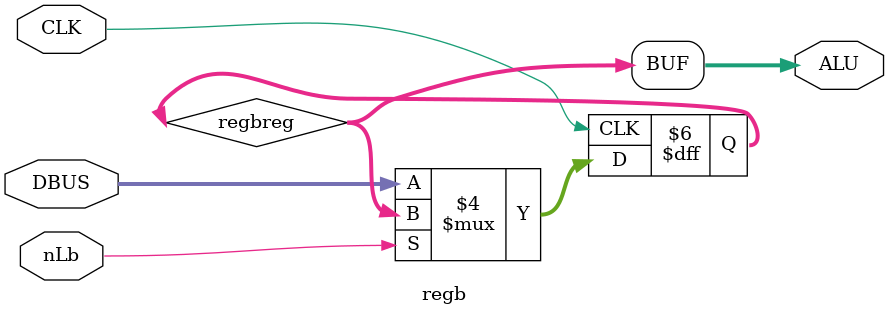
<source format=v>
`timescale 1ns / 1ps
/**
 * Reg B / Register B
 *
 * CLK    = Clock.
 * nLb    = Load to Register B. 0 = Load
 * DBUS   = The data bus. 
 * ALU    = Data to ALU
 */
module regb(
  input        CLK,
  input        nLb,
  input  [7:0] DBUS,
  output [7:0] ALU
);

  reg [7:0] regbreg;
  
  initial
  begin
    regbreg <= 8'b0000_0000;
  end

  assign ALU  = regbreg;
  
  always @(posedge CLK)
    begin 
      if(!nLb)
        begin
          // Load Reg B from DBUS
          //$display("%t REGB Loading: %d", $realtime, DBUS);
          regbreg <= DBUS;
        end
    end
endmodule

</source>
